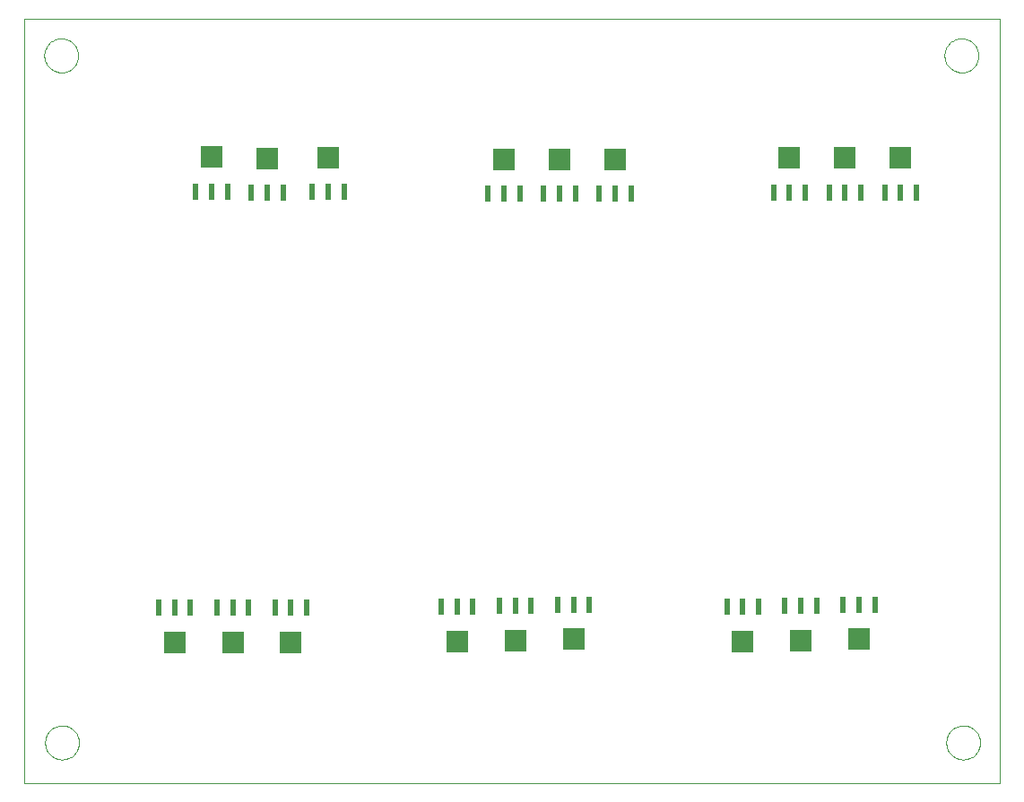
<source format=gbp>
G75*
G70*
%OFA0B0*%
%FSLAX24Y24*%
%IPPOS*%
%LPD*%
%AMOC8*
5,1,8,0,0,1.08239X$1,22.5*
%
%ADD10C,0.0000*%
%ADD11R,0.0228X0.0600*%
%ADD12R,0.0787X0.0787*%
D10*
X000326Y000188D02*
X000326Y028617D01*
X036598Y028617D01*
X036598Y000188D01*
X000326Y000188D01*
X001098Y001688D02*
X001100Y001738D01*
X001106Y001788D01*
X001116Y001837D01*
X001130Y001885D01*
X001147Y001932D01*
X001168Y001977D01*
X001193Y002021D01*
X001221Y002062D01*
X001253Y002101D01*
X001287Y002138D01*
X001324Y002172D01*
X001364Y002202D01*
X001406Y002229D01*
X001450Y002253D01*
X001496Y002274D01*
X001543Y002290D01*
X001591Y002303D01*
X001641Y002312D01*
X001690Y002317D01*
X001741Y002318D01*
X001791Y002315D01*
X001840Y002308D01*
X001889Y002297D01*
X001937Y002282D01*
X001983Y002264D01*
X002028Y002242D01*
X002071Y002216D01*
X002112Y002187D01*
X002151Y002155D01*
X002187Y002120D01*
X002219Y002082D01*
X002249Y002042D01*
X002276Y001999D01*
X002299Y001955D01*
X002318Y001909D01*
X002334Y001861D01*
X002346Y001812D01*
X002354Y001763D01*
X002358Y001713D01*
X002358Y001663D01*
X002354Y001613D01*
X002346Y001564D01*
X002334Y001515D01*
X002318Y001467D01*
X002299Y001421D01*
X002276Y001377D01*
X002249Y001334D01*
X002219Y001294D01*
X002187Y001256D01*
X002151Y001221D01*
X002112Y001189D01*
X002071Y001160D01*
X002028Y001134D01*
X001983Y001112D01*
X001937Y001094D01*
X001889Y001079D01*
X001840Y001068D01*
X001791Y001061D01*
X001741Y001058D01*
X001690Y001059D01*
X001641Y001064D01*
X001591Y001073D01*
X001543Y001086D01*
X001496Y001102D01*
X001450Y001123D01*
X001406Y001147D01*
X001364Y001174D01*
X001324Y001204D01*
X001287Y001238D01*
X001253Y001275D01*
X001221Y001314D01*
X001193Y001355D01*
X001168Y001399D01*
X001147Y001444D01*
X001130Y001491D01*
X001116Y001539D01*
X001106Y001588D01*
X001100Y001638D01*
X001098Y001688D01*
X001066Y027247D02*
X001068Y027297D01*
X001074Y027347D01*
X001084Y027396D01*
X001098Y027444D01*
X001115Y027491D01*
X001136Y027536D01*
X001161Y027580D01*
X001189Y027621D01*
X001221Y027660D01*
X001255Y027697D01*
X001292Y027731D01*
X001332Y027761D01*
X001374Y027788D01*
X001418Y027812D01*
X001464Y027833D01*
X001511Y027849D01*
X001559Y027862D01*
X001609Y027871D01*
X001658Y027876D01*
X001709Y027877D01*
X001759Y027874D01*
X001808Y027867D01*
X001857Y027856D01*
X001905Y027841D01*
X001951Y027823D01*
X001996Y027801D01*
X002039Y027775D01*
X002080Y027746D01*
X002119Y027714D01*
X002155Y027679D01*
X002187Y027641D01*
X002217Y027601D01*
X002244Y027558D01*
X002267Y027514D01*
X002286Y027468D01*
X002302Y027420D01*
X002314Y027371D01*
X002322Y027322D01*
X002326Y027272D01*
X002326Y027222D01*
X002322Y027172D01*
X002314Y027123D01*
X002302Y027074D01*
X002286Y027026D01*
X002267Y026980D01*
X002244Y026936D01*
X002217Y026893D01*
X002187Y026853D01*
X002155Y026815D01*
X002119Y026780D01*
X002080Y026748D01*
X002039Y026719D01*
X001996Y026693D01*
X001951Y026671D01*
X001905Y026653D01*
X001857Y026638D01*
X001808Y026627D01*
X001759Y026620D01*
X001709Y026617D01*
X001658Y026618D01*
X001609Y026623D01*
X001559Y026632D01*
X001511Y026645D01*
X001464Y026661D01*
X001418Y026682D01*
X001374Y026706D01*
X001332Y026733D01*
X001292Y026763D01*
X001255Y026797D01*
X001221Y026834D01*
X001189Y026873D01*
X001161Y026914D01*
X001136Y026958D01*
X001115Y027003D01*
X001098Y027050D01*
X001084Y027098D01*
X001074Y027147D01*
X001068Y027197D01*
X001066Y027247D01*
X034531Y027247D02*
X034533Y027297D01*
X034539Y027347D01*
X034549Y027396D01*
X034563Y027444D01*
X034580Y027491D01*
X034601Y027536D01*
X034626Y027580D01*
X034654Y027621D01*
X034686Y027660D01*
X034720Y027697D01*
X034757Y027731D01*
X034797Y027761D01*
X034839Y027788D01*
X034883Y027812D01*
X034929Y027833D01*
X034976Y027849D01*
X035024Y027862D01*
X035074Y027871D01*
X035123Y027876D01*
X035174Y027877D01*
X035224Y027874D01*
X035273Y027867D01*
X035322Y027856D01*
X035370Y027841D01*
X035416Y027823D01*
X035461Y027801D01*
X035504Y027775D01*
X035545Y027746D01*
X035584Y027714D01*
X035620Y027679D01*
X035652Y027641D01*
X035682Y027601D01*
X035709Y027558D01*
X035732Y027514D01*
X035751Y027468D01*
X035767Y027420D01*
X035779Y027371D01*
X035787Y027322D01*
X035791Y027272D01*
X035791Y027222D01*
X035787Y027172D01*
X035779Y027123D01*
X035767Y027074D01*
X035751Y027026D01*
X035732Y026980D01*
X035709Y026936D01*
X035682Y026893D01*
X035652Y026853D01*
X035620Y026815D01*
X035584Y026780D01*
X035545Y026748D01*
X035504Y026719D01*
X035461Y026693D01*
X035416Y026671D01*
X035370Y026653D01*
X035322Y026638D01*
X035273Y026627D01*
X035224Y026620D01*
X035174Y026617D01*
X035123Y026618D01*
X035074Y026623D01*
X035024Y026632D01*
X034976Y026645D01*
X034929Y026661D01*
X034883Y026682D01*
X034839Y026706D01*
X034797Y026733D01*
X034757Y026763D01*
X034720Y026797D01*
X034686Y026834D01*
X034654Y026873D01*
X034626Y026914D01*
X034601Y026958D01*
X034580Y027003D01*
X034563Y027050D01*
X034549Y027098D01*
X034539Y027147D01*
X034533Y027197D01*
X034531Y027247D01*
X034598Y001688D02*
X034600Y001738D01*
X034606Y001788D01*
X034616Y001837D01*
X034630Y001885D01*
X034647Y001932D01*
X034668Y001977D01*
X034693Y002021D01*
X034721Y002062D01*
X034753Y002101D01*
X034787Y002138D01*
X034824Y002172D01*
X034864Y002202D01*
X034906Y002229D01*
X034950Y002253D01*
X034996Y002274D01*
X035043Y002290D01*
X035091Y002303D01*
X035141Y002312D01*
X035190Y002317D01*
X035241Y002318D01*
X035291Y002315D01*
X035340Y002308D01*
X035389Y002297D01*
X035437Y002282D01*
X035483Y002264D01*
X035528Y002242D01*
X035571Y002216D01*
X035612Y002187D01*
X035651Y002155D01*
X035687Y002120D01*
X035719Y002082D01*
X035749Y002042D01*
X035776Y001999D01*
X035799Y001955D01*
X035818Y001909D01*
X035834Y001861D01*
X035846Y001812D01*
X035854Y001763D01*
X035858Y001713D01*
X035858Y001663D01*
X035854Y001613D01*
X035846Y001564D01*
X035834Y001515D01*
X035818Y001467D01*
X035799Y001421D01*
X035776Y001377D01*
X035749Y001334D01*
X035719Y001294D01*
X035687Y001256D01*
X035651Y001221D01*
X035612Y001189D01*
X035571Y001160D01*
X035528Y001134D01*
X035483Y001112D01*
X035437Y001094D01*
X035389Y001079D01*
X035340Y001068D01*
X035291Y001061D01*
X035241Y001058D01*
X035190Y001059D01*
X035141Y001064D01*
X035091Y001073D01*
X035043Y001086D01*
X034996Y001102D01*
X034950Y001123D01*
X034906Y001147D01*
X034864Y001174D01*
X034824Y001204D01*
X034787Y001238D01*
X034753Y001275D01*
X034721Y001314D01*
X034693Y001355D01*
X034668Y001399D01*
X034647Y001444D01*
X034630Y001491D01*
X034616Y001539D01*
X034606Y001588D01*
X034600Y001638D01*
X034598Y001688D01*
D11*
X031948Y006814D03*
X031358Y006814D03*
X030767Y006814D03*
X029783Y006774D03*
X029192Y006774D03*
X028602Y006774D03*
X027618Y006735D03*
X027027Y006735D03*
X026437Y006735D03*
X021330Y006814D03*
X020740Y006814D03*
X020149Y006814D03*
X019165Y006774D03*
X018574Y006774D03*
X017984Y006774D03*
X017000Y006735D03*
X016409Y006735D03*
X015818Y006735D03*
X010826Y006700D03*
X010235Y006700D03*
X009645Y006700D03*
X008660Y006700D03*
X008070Y006700D03*
X007479Y006700D03*
X006496Y006700D03*
X005905Y006700D03*
X005314Y006700D03*
X006692Y022188D03*
X007283Y022188D03*
X007874Y022188D03*
X008759Y022129D03*
X009350Y022129D03*
X009940Y022129D03*
X011023Y022168D03*
X011614Y022168D03*
X012204Y022168D03*
X017567Y022105D03*
X018157Y022105D03*
X018748Y022105D03*
X019633Y022104D03*
X020224Y022104D03*
X020814Y022104D03*
X021701Y022105D03*
X022291Y022105D03*
X022882Y022105D03*
X028173Y022145D03*
X028763Y022145D03*
X029354Y022145D03*
X030240Y022145D03*
X030830Y022145D03*
X031421Y022145D03*
X032307Y022145D03*
X032897Y022145D03*
X033488Y022145D03*
D12*
X032897Y023428D03*
X030830Y023428D03*
X028763Y023428D03*
X022291Y023389D03*
X020224Y023388D03*
X018157Y023389D03*
X011614Y023452D03*
X009350Y023412D03*
X007283Y023471D03*
X018574Y005491D03*
X016409Y005452D03*
X020740Y005530D03*
X027027Y005452D03*
X029192Y005491D03*
X031358Y005530D03*
X010235Y005417D03*
X008070Y005417D03*
X005905Y005416D03*
M02*

</source>
